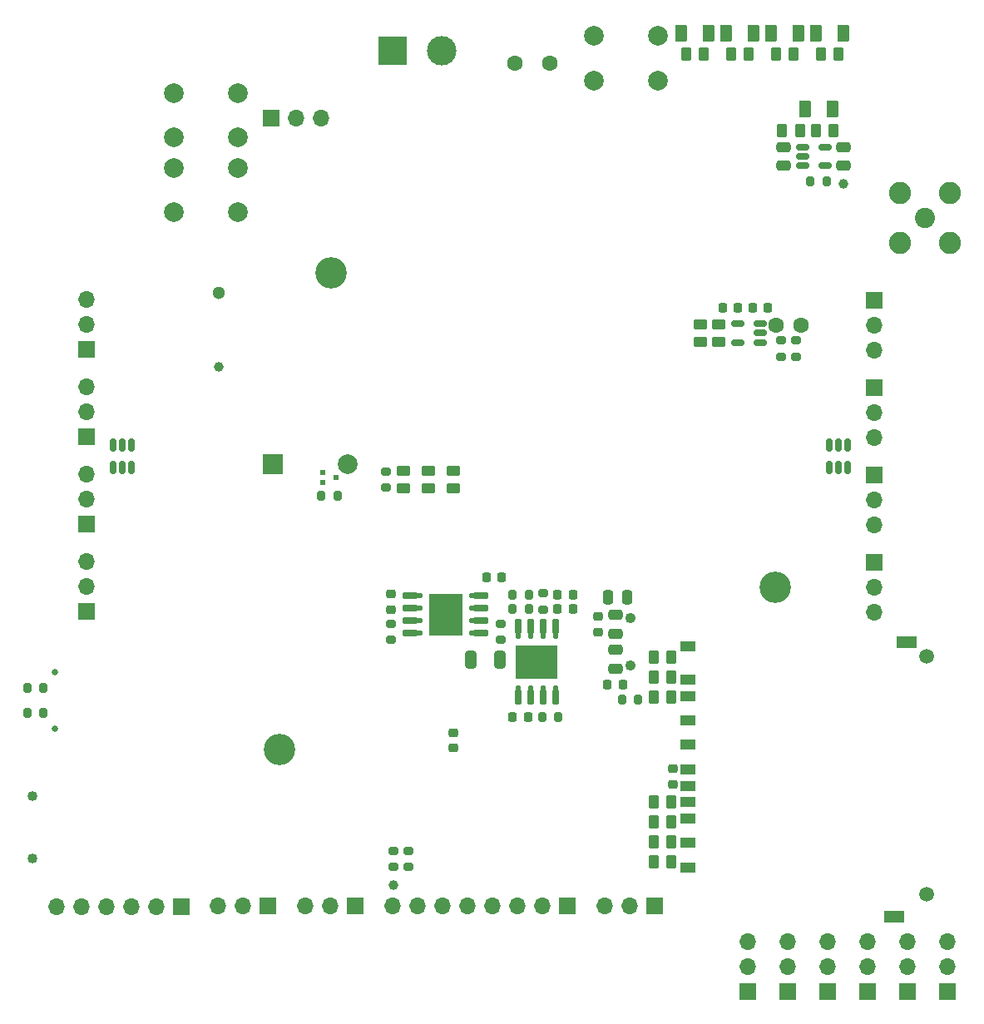
<source format=gbs>
%TF.GenerationSoftware,KiCad,Pcbnew,7.0.9*%
%TF.CreationDate,2023-11-27T13:52:55+01:00*%
%TF.ProjectId,Avionus_Flight_Controller,4176696f-6e75-4735-9f46-6c696768745f,1.0*%
%TF.SameCoordinates,Original*%
%TF.FileFunction,Soldermask,Bot*%
%TF.FilePolarity,Negative*%
%FSLAX46Y46*%
G04 Gerber Fmt 4.6, Leading zero omitted, Abs format (unit mm)*
G04 Created by KiCad (PCBNEW 7.0.9) date 2023-11-27 13:52:55*
%MOMM*%
%LPD*%
G01*
G04 APERTURE LIST*
G04 Aperture macros list*
%AMRoundRect*
0 Rectangle with rounded corners*
0 $1 Rounding radius*
0 $2 $3 $4 $5 $6 $7 $8 $9 X,Y pos of 4 corners*
0 Add a 4 corners polygon primitive as box body*
4,1,4,$2,$3,$4,$5,$6,$7,$8,$9,$2,$3,0*
0 Add four circle primitives for the rounded corners*
1,1,$1+$1,$2,$3*
1,1,$1+$1,$4,$5*
1,1,$1+$1,$6,$7*
1,1,$1+$1,$8,$9*
0 Add four rect primitives between the rounded corners*
20,1,$1+$1,$2,$3,$4,$5,0*
20,1,$1+$1,$4,$5,$6,$7,0*
20,1,$1+$1,$6,$7,$8,$9,0*
20,1,$1+$1,$8,$9,$2,$3,0*%
G04 Aperture macros list end*
%ADD10C,2.050000*%
%ADD11C,2.250000*%
%ADD12R,1.700000X1.700000*%
%ADD13O,1.700000X1.700000*%
%ADD14C,1.080000*%
%ADD15C,2.000000*%
%ADD16C,1.600000*%
%ADD17C,3.200000*%
%ADD18C,0.650000*%
%ADD19C,1.000000*%
%ADD20C,1.300000*%
%ADD21R,3.000000X3.000000*%
%ADD22C,3.000000*%
%ADD23R,2.000000X2.000000*%
%ADD24C,1.020000*%
%ADD25RoundRect,0.250000X-0.262500X-0.450000X0.262500X-0.450000X0.262500X0.450000X-0.262500X0.450000X0*%
%ADD26RoundRect,0.150000X0.150000X-0.512500X0.150000X0.512500X-0.150000X0.512500X-0.150000X-0.512500X0*%
%ADD27RoundRect,0.225000X0.225000X0.250000X-0.225000X0.250000X-0.225000X-0.250000X0.225000X-0.250000X0*%
%ADD28RoundRect,0.125000X-0.125000X0.250000X-0.125000X-0.250000X0.125000X-0.250000X0.125000X0.250000X0*%
%ADD29R,4.300000X3.400000*%
%ADD30RoundRect,0.225000X-0.250000X0.225000X-0.250000X-0.225000X0.250000X-0.225000X0.250000X0.225000X0*%
%ADD31RoundRect,0.150000X0.650000X0.150000X-0.650000X0.150000X-0.650000X-0.150000X0.650000X-0.150000X0*%
%ADD32RoundRect,0.250000X0.262500X0.450000X-0.262500X0.450000X-0.262500X-0.450000X0.262500X-0.450000X0*%
%ADD33RoundRect,0.150000X-0.512500X-0.150000X0.512500X-0.150000X0.512500X0.150000X-0.512500X0.150000X0*%
%ADD34RoundRect,0.200000X-0.275000X0.200000X-0.275000X-0.200000X0.275000X-0.200000X0.275000X0.200000X0*%
%ADD35RoundRect,0.225000X-0.225000X-0.250000X0.225000X-0.250000X0.225000X0.250000X-0.225000X0.250000X0*%
%ADD36RoundRect,0.225000X0.250000X-0.225000X0.250000X0.225000X-0.250000X0.225000X-0.250000X-0.225000X0*%
%ADD37RoundRect,0.250000X-0.375000X-0.625000X0.375000X-0.625000X0.375000X0.625000X-0.375000X0.625000X0*%
%ADD38RoundRect,0.250000X0.325000X0.650000X-0.325000X0.650000X-0.325000X-0.650000X0.325000X-0.650000X0*%
%ADD39RoundRect,0.200000X-0.200000X-0.275000X0.200000X-0.275000X0.200000X0.275000X-0.200000X0.275000X0*%
%ADD40R,0.600000X0.500000*%
%ADD41RoundRect,0.250000X0.450000X-0.262500X0.450000X0.262500X-0.450000X0.262500X-0.450000X-0.262500X0*%
%ADD42RoundRect,0.250000X0.475000X-0.250000X0.475000X0.250000X-0.475000X0.250000X-0.475000X-0.250000X0*%
%ADD43RoundRect,0.200000X0.200000X0.275000X-0.200000X0.275000X-0.200000X-0.275000X0.200000X-0.275000X0*%
%ADD44RoundRect,0.250000X-0.450000X0.262500X-0.450000X-0.262500X0.450000X-0.262500X0.450000X0.262500X0*%
%ADD45RoundRect,0.250000X-0.475000X0.250000X-0.475000X-0.250000X0.475000X-0.250000X0.475000X0.250000X0*%
%ADD46RoundRect,0.200000X0.275000X-0.200000X0.275000X0.200000X-0.275000X0.200000X-0.275000X-0.200000X0*%
%ADD47RoundRect,0.150000X-0.150000X0.512500X-0.150000X-0.512500X0.150000X-0.512500X0.150000X0.512500X0*%
%ADD48RoundRect,0.150000X0.512500X0.150000X-0.512500X0.150000X-0.512500X-0.150000X0.512500X-0.150000X0*%
%ADD49RoundRect,0.250000X-0.250000X-0.475000X0.250000X-0.475000X0.250000X0.475000X-0.250000X0.475000X0*%
%ADD50C,1.500000*%
%ADD51R,1.500000X1.000000*%
%ADD52R,2.000000X1.200000*%
%ADD53RoundRect,0.125000X0.250000X0.125000X-0.250000X0.125000X-0.250000X-0.125000X0.250000X-0.125000X0*%
%ADD54R,3.400000X4.300000*%
%ADD55RoundRect,0.150000X-0.150000X0.650000X-0.150000X-0.650000X0.150000X-0.650000X0.150000X0.650000X0*%
G04 APERTURE END LIST*
D10*
%TO.C,J901*%
X121412000Y-46228000D03*
D11*
X118872000Y-43688000D03*
X118872000Y-48768000D03*
X123952000Y-43688000D03*
X123952000Y-48768000D03*
%TD*%
D12*
%TO.C,J1213*%
X116275000Y-54625000D03*
D13*
X116275000Y-57165000D03*
X116275000Y-59705000D03*
%TD*%
D12*
%TO.C,J1203*%
X111506000Y-124968000D03*
D13*
X111506000Y-122428000D03*
X111506000Y-119888000D03*
%TD*%
D14*
%TO.C,Y301*%
X91440000Y-86968000D03*
X91440000Y-91848000D03*
%TD*%
D15*
%TO.C,SW201*%
X94245500Y-32258000D03*
X87745500Y-32258000D03*
X94245500Y-27758000D03*
X87745500Y-27758000D03*
%TD*%
D12*
%TO.C,J1201*%
X103378000Y-124968000D03*
D13*
X103378000Y-122428000D03*
X103378000Y-119888000D03*
%TD*%
D12*
%TO.C,J1102*%
X63485000Y-116275000D03*
D13*
X60945000Y-116275000D03*
X58405000Y-116275000D03*
%TD*%
D16*
%TO.C,C226*%
X106319000Y-57150000D03*
X108819000Y-57150000D03*
%TD*%
D15*
%TO.C,SW301*%
X45010000Y-41184000D03*
X51510000Y-41184000D03*
X45010000Y-45684000D03*
X51510000Y-45684000D03*
%TD*%
D12*
%TO.C,J1214*%
X116275000Y-63515000D03*
D13*
X116275000Y-66055000D03*
X116275000Y-68595000D03*
%TD*%
D12*
%TO.C,J1202*%
X107442000Y-124968000D03*
D13*
X107442000Y-122428000D03*
X107442000Y-119888000D03*
%TD*%
D17*
%TO.C,H103*%
X60960000Y-51816000D03*
%TD*%
D16*
%TO.C,C205*%
X79720500Y-30489000D03*
X83220500Y-30489000D03*
%TD*%
D12*
%TO.C,J1207*%
X54864000Y-36068000D03*
D13*
X57404000Y-36068000D03*
X59944000Y-36068000D03*
%TD*%
D12*
%TO.C,J1216*%
X116275000Y-81295000D03*
D13*
X116275000Y-83835000D03*
X116275000Y-86375000D03*
%TD*%
D12*
%TO.C,J1211*%
X36125000Y-77455000D03*
D13*
X36125000Y-74915000D03*
X36125000Y-72375000D03*
%TD*%
D12*
%TO.C,J1210*%
X36125000Y-68565000D03*
D13*
X36125000Y-66025000D03*
X36125000Y-63485000D03*
%TD*%
D17*
%TO.C,H102*%
X106172000Y-83820000D03*
%TD*%
D18*
%TO.C,J801*%
X32871972Y-92497600D03*
X32871972Y-98277600D03*
%TD*%
D12*
%TO.C,J1209*%
X36125000Y-59675000D03*
D13*
X36125000Y-57135000D03*
X36125000Y-54595000D03*
%TD*%
D12*
%TO.C,J1401*%
X85075000Y-116275000D03*
D13*
X82535000Y-116275000D03*
X79995000Y-116275000D03*
X77455000Y-116275000D03*
X74915000Y-116275000D03*
X72375000Y-116275000D03*
X69835000Y-116275000D03*
X67295000Y-116275000D03*
%TD*%
D12*
%TO.C,J1101*%
X54595000Y-116275000D03*
D13*
X52055000Y-116275000D03*
X49515000Y-116275000D03*
%TD*%
D15*
%TO.C,SW1301*%
X45010000Y-33564000D03*
X51510000Y-33564000D03*
X45010000Y-38064000D03*
X51510000Y-38064000D03*
%TD*%
D12*
%TO.C,J1212*%
X36125000Y-86345000D03*
D13*
X36125000Y-83805000D03*
X36125000Y-81265000D03*
%TD*%
D19*
%TO.C,BT201*%
X49530000Y-61408000D03*
D20*
X49530000Y-53908000D03*
%TD*%
D12*
%TO.C,J1208*%
X93965000Y-116275000D03*
D13*
X91425000Y-116275000D03*
X88885000Y-116275000D03*
%TD*%
D21*
%TO.C,J201*%
X67259200Y-29210000D03*
D22*
X72259200Y-29210000D03*
%TD*%
D12*
%TO.C,J1215*%
X116275000Y-72405000D03*
D13*
X116275000Y-74945000D03*
X116275000Y-77485000D03*
%TD*%
D12*
%TO.C,J1206*%
X123698000Y-124968000D03*
D13*
X123698000Y-122428000D03*
X123698000Y-119888000D03*
%TD*%
D12*
%TO.C,J1204*%
X115570000Y-124968000D03*
D13*
X115570000Y-122428000D03*
X115570000Y-119888000D03*
%TD*%
D12*
%TO.C,J1402*%
X45720000Y-116332000D03*
D13*
X43180000Y-116332000D03*
X40640000Y-116332000D03*
X38100000Y-116332000D03*
X35560000Y-116332000D03*
X33020000Y-116332000D03*
%TD*%
D12*
%TO.C,J1205*%
X119634000Y-124968000D03*
D13*
X119634000Y-122428000D03*
X119634000Y-119888000D03*
%TD*%
D17*
%TO.C,H101*%
X55727600Y-100330000D03*
%TD*%
D23*
%TO.C,BZ1301*%
X55077200Y-71323200D03*
D15*
X62677200Y-71323200D03*
%TD*%
D24*
%TO.C,J401*%
X30632400Y-105079800D03*
X30632400Y-111429800D03*
%TD*%
D25*
%TO.C,R707*%
X93829500Y-90932000D03*
X95654500Y-90932000D03*
%TD*%
D19*
%TO.C,TP205*%
X113157000Y-42799000D03*
%TD*%
D26*
%TO.C,U1203*%
X40701000Y-71622500D03*
X39751000Y-71622500D03*
X38801000Y-71622500D03*
X38801000Y-69347500D03*
X39751000Y-69347500D03*
X40701000Y-69347500D03*
%TD*%
D27*
%TO.C,C222*%
X102380500Y-55438000D03*
X100830500Y-55438000D03*
%TD*%
D28*
%TO.C,U502*%
X80010000Y-88740000D03*
X81280000Y-88740000D03*
X82550000Y-88740000D03*
X83820000Y-88740000D03*
X83820000Y-94140000D03*
X82550000Y-94140000D03*
X81280000Y-94140000D03*
X80010000Y-94140000D03*
D29*
X81915000Y-91440000D03*
%TD*%
D27*
%TO.C,C501*%
X81039000Y-97028000D03*
X79489000Y-97028000D03*
%TD*%
D30*
%TO.C,C701*%
X95758000Y-102349000D03*
X95758000Y-103899000D03*
%TD*%
D31*
%TO.C,U601*%
X76244000Y-84709000D03*
X76244000Y-85979000D03*
X76244000Y-87249000D03*
X76244000Y-88519000D03*
X69044000Y-88519000D03*
X69044000Y-87249000D03*
X69044000Y-85979000D03*
X69044000Y-84709000D03*
%TD*%
D25*
%TO.C,R1304*%
X106275500Y-29591000D03*
X108100500Y-29591000D03*
%TD*%
D32*
%TO.C,R209*%
X108735500Y-37338000D03*
X106910500Y-37338000D03*
%TD*%
D27*
%TO.C,C225*%
X105428500Y-55438000D03*
X103878500Y-55438000D03*
%TD*%
D33*
%TO.C,U206*%
X108971500Y-40955000D03*
X108971500Y-40005000D03*
X108971500Y-39055000D03*
X111246500Y-39055000D03*
X111246500Y-40955000D03*
%TD*%
D25*
%TO.C,R702*%
X93829500Y-94996000D03*
X95654500Y-94996000D03*
%TD*%
%TO.C,R704*%
X93829500Y-109728000D03*
X95654500Y-109728000D03*
%TD*%
D34*
%TO.C,R211*%
X106807000Y-58738000D03*
X106807000Y-60388000D03*
%TD*%
D30*
%TO.C,C314*%
X88138000Y-86855000D03*
X88138000Y-88405000D03*
%TD*%
D35*
%TO.C,C310*%
X89141000Y-93726000D03*
X90691000Y-93726000D03*
%TD*%
D36*
%TO.C,C601*%
X67056000Y-86119000D03*
X67056000Y-84569000D03*
%TD*%
D37*
%TO.C,D1303*%
X105788000Y-27432000D03*
X108588000Y-27432000D03*
%TD*%
D25*
%TO.C,R1305*%
X110847500Y-29591000D03*
X112672500Y-29591000D03*
%TD*%
D38*
%TO.C,C317*%
X78183000Y-91186000D03*
X75233000Y-91186000D03*
%TD*%
D25*
%TO.C,R705*%
X93829500Y-111760000D03*
X95654500Y-111760000D03*
%TD*%
%TO.C,R1302*%
X97131500Y-29591000D03*
X98956500Y-29591000D03*
%TD*%
D39*
%TO.C,R802*%
X30078972Y-96657600D03*
X31728972Y-96657600D03*
%TD*%
D37*
%TO.C,D207*%
X109217000Y-35179000D03*
X112017000Y-35179000D03*
%TD*%
D40*
%TO.C,Q1301*%
X60168000Y-73144000D03*
X60168000Y-72144000D03*
X61468000Y-72644000D03*
%TD*%
D41*
%TO.C,R1510*%
X73406000Y-73810500D03*
X73406000Y-71985500D03*
%TD*%
D37*
%TO.C,D1301*%
X96644000Y-27432000D03*
X99444000Y-27432000D03*
%TD*%
D42*
%TO.C,C211*%
X107061000Y-40955000D03*
X107061000Y-39055000D03*
%TD*%
D37*
%TO.C,D1304*%
X110360000Y-27432000D03*
X113160000Y-27432000D03*
%TD*%
D41*
%TO.C,R1509*%
X70866000Y-73810500D03*
X70866000Y-71985500D03*
%TD*%
D25*
%TO.C,R1303*%
X101703500Y-29591000D03*
X103528500Y-29591000D03*
%TD*%
D35*
%TO.C,C315*%
X76796600Y-82804000D03*
X78346600Y-82804000D03*
%TD*%
D37*
%TO.C,D1302*%
X101216000Y-27432000D03*
X104016000Y-27432000D03*
%TD*%
D43*
%TO.C,R226*%
X92265000Y-95250000D03*
X90615000Y-95250000D03*
%TD*%
D32*
%TO.C,R706*%
X95654500Y-105664000D03*
X93829500Y-105664000D03*
%TD*%
D44*
%TO.C,R219*%
X98557500Y-57065500D03*
X98557500Y-58890500D03*
%TD*%
D36*
%TO.C,C311*%
X73450000Y-100190600D03*
X73450000Y-98640600D03*
%TD*%
D39*
%TO.C,R801*%
X30078972Y-94117600D03*
X31728972Y-94117600D03*
%TD*%
D43*
%TO.C,R227*%
X111442000Y-42545000D03*
X109792000Y-42545000D03*
%TD*%
%TO.C,R503*%
X84137000Y-97028000D03*
X82487000Y-97028000D03*
%TD*%
D34*
%TO.C,R216*%
X68834000Y-110681000D03*
X68834000Y-112331000D03*
%TD*%
D27*
%TO.C,C318*%
X85611000Y-84582000D03*
X84061000Y-84582000D03*
%TD*%
D34*
%TO.C,R224*%
X66548000Y-72073000D03*
X66548000Y-73723000D03*
%TD*%
D45*
%TO.C,C301*%
X89916000Y-90236000D03*
X89916000Y-92136000D03*
%TD*%
D46*
%TO.C,R602*%
X78232000Y-89217000D03*
X78232000Y-87567000D03*
%TD*%
D47*
%TO.C,U1204*%
X111699000Y-69347500D03*
X112649000Y-69347500D03*
X113599000Y-69347500D03*
X113599000Y-71622500D03*
X112649000Y-71622500D03*
X111699000Y-71622500D03*
%TD*%
D46*
%TO.C,R212*%
X67310000Y-112331000D03*
X67310000Y-110681000D03*
%TD*%
D25*
%TO.C,R701*%
X93829500Y-92964000D03*
X95654500Y-92964000D03*
%TD*%
%TO.C,R233*%
X110339500Y-37338000D03*
X112164500Y-37338000D03*
%TD*%
D46*
%TO.C,R215*%
X108331000Y-60388000D03*
X108331000Y-58738000D03*
%TD*%
D34*
%TO.C,R502*%
X82550000Y-84468200D03*
X82550000Y-86118200D03*
%TD*%
D43*
%TO.C,R501*%
X81139800Y-86055200D03*
X79489800Y-86055200D03*
%TD*%
D42*
%TO.C,C302*%
X89916000Y-88580000D03*
X89916000Y-86680000D03*
%TD*%
D43*
%TO.C,R1301*%
X61643000Y-74549000D03*
X59993000Y-74549000D03*
%TD*%
D48*
%TO.C,U210*%
X104648000Y-57028000D03*
X104648000Y-57978000D03*
X104648000Y-58928000D03*
X102373000Y-58928000D03*
X102373000Y-57028000D03*
%TD*%
D46*
%TO.C,R603*%
X67056000Y-89217000D03*
X67056000Y-87567000D03*
%TD*%
D49*
%TO.C,C320*%
X89220000Y-84836000D03*
X91120000Y-84836000D03*
%TD*%
D41*
%TO.C,R1507*%
X68326000Y-73810500D03*
X68326000Y-71985500D03*
%TD*%
D25*
%TO.C,R703*%
X93829500Y-107696000D03*
X95654500Y-107696000D03*
%TD*%
D42*
%TO.C,C217*%
X113157000Y-40955000D03*
X113157000Y-39055000D03*
%TD*%
D19*
%TO.C,TP202*%
X67310000Y-114173000D03*
%TD*%
D41*
%TO.C,R218*%
X100462500Y-58890500D03*
X100462500Y-57065500D03*
%TD*%
D50*
%TO.C,J701*%
X121647500Y-90902500D03*
X121647500Y-115102500D03*
D51*
X97347500Y-109882500D03*
X97347500Y-107382500D03*
X97347500Y-104082500D03*
X97347500Y-102372500D03*
X97347500Y-99872500D03*
X97347500Y-97372500D03*
X97347500Y-94952500D03*
X97347500Y-93252500D03*
X97347500Y-112382500D03*
X97347500Y-105732500D03*
X97347500Y-89902500D03*
D52*
X118347500Y-117402500D03*
X119547500Y-89402500D03*
%TD*%
D53*
%TO.C,U602*%
X75344000Y-84709000D03*
X75344000Y-85979000D03*
X75344000Y-87249000D03*
X75344000Y-88519000D03*
X69944000Y-88519000D03*
X69944000Y-87249000D03*
X69944000Y-85979000D03*
X69944000Y-84709000D03*
D54*
X72644000Y-86614000D03*
%TD*%
D55*
%TO.C,U501*%
X80010000Y-87840000D03*
X81280000Y-87840000D03*
X82550000Y-87840000D03*
X83820000Y-87840000D03*
X83820000Y-95040000D03*
X82550000Y-95040000D03*
X81280000Y-95040000D03*
X80010000Y-95040000D03*
%TD*%
D43*
%TO.C,R601*%
X81139800Y-84582000D03*
X79489800Y-84582000D03*
%TD*%
D35*
%TO.C,C319*%
X84061000Y-86055200D03*
X85611000Y-86055200D03*
%TD*%
M02*

</source>
